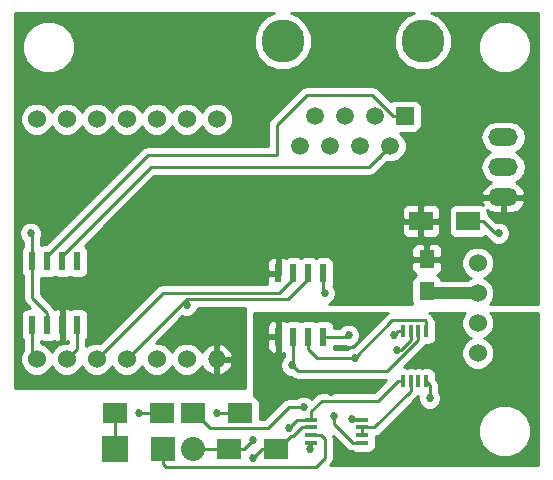
<source format=gtl>
G04 #@! TF.GenerationSoftware,KiCad,Pcbnew,(2016-12-18 revision 3ffa37c)-makepkg*
G04 #@! TF.CreationDate,2016-12-20T01:52:43-05:00*
G04 #@! TF.ProjectId,Energy_Meter,456E657267795F4D657465722E6B6963,rev?*
G04 #@! TF.FileFunction,Copper,L1,Top,Signal*
G04 #@! TF.FilePolarity,Positive*
%FSLAX46Y46*%
G04 Gerber Fmt 4.6, Leading zero omitted, Abs format (unit mm)*
G04 Created by KiCad (PCBNEW (2016-12-18 revision 3ffa37c)-makepkg) date 12/20/16 01:52:43*
%MOMM*%
%LPD*%
G01*
G04 APERTURE LIST*
%ADD10C,0.100000*%
%ADD11R,1.100000X0.400000*%
%ADD12R,2.000000X1.600000*%
%ADD13C,3.649980*%
%ADD14R,1.501140X1.501140*%
%ADD15C,1.501140*%
%ADD16R,2.032000X2.032000*%
%ADD17O,2.032000X2.032000*%
%ADD18R,2.235200X2.235200*%
%ADD19R,2.000000X1.700000*%
%ADD20C,1.524000*%
%ADD21R,0.600000X1.550000*%
%ADD22O,2.499360X1.501140*%
%ADD23O,1.524000X1.524000*%
%ADD24R,0.400000X1.100000*%
%ADD25R,1.300000X1.500000*%
%ADD26C,0.685800*%
%ADD27C,0.250000*%
%ADD28C,1.000000*%
%ADD29C,0.254000*%
G04 APERTURE END LIST*
D10*
D11*
X185538000Y-120945000D03*
X185538000Y-121595000D03*
X185538000Y-122245000D03*
X185538000Y-122895000D03*
X181238000Y-122895000D03*
X181238000Y-122245000D03*
X181238000Y-121595000D03*
X181238000Y-120945000D03*
D12*
X190532000Y-104140000D03*
X194532000Y-104140000D03*
D13*
X178816000Y-88900000D03*
X190685420Y-88900000D03*
D14*
X189199520Y-95250000D03*
D15*
X187929520Y-97790000D03*
X186659520Y-95250000D03*
X185389520Y-97790000D03*
X184119520Y-95250000D03*
X182849520Y-97790000D03*
X181579520Y-95250000D03*
X180309520Y-97790000D03*
D16*
X168656000Y-123444000D03*
D17*
X171196000Y-123444000D03*
D18*
X164592000Y-123444000D03*
D19*
X178276000Y-123444000D03*
X174276000Y-123444000D03*
X164624000Y-120396000D03*
X168624000Y-120396000D03*
X171228000Y-120396000D03*
X175228000Y-120396000D03*
D20*
X195326000Y-107696000D03*
X195326000Y-110236000D03*
X195326000Y-112776000D03*
X195326000Y-115316000D03*
D21*
X178435000Y-113952000D03*
X179705000Y-113952000D03*
X180975000Y-113952000D03*
X182245000Y-113952000D03*
X182245000Y-108552000D03*
X180975000Y-108552000D03*
X179705000Y-108552000D03*
X178435000Y-108552000D03*
X157607000Y-112936000D03*
X158877000Y-112936000D03*
X160147000Y-112936000D03*
X161417000Y-112936000D03*
X161417000Y-107536000D03*
X160147000Y-107536000D03*
X158877000Y-107536000D03*
X157607000Y-107536000D03*
D22*
X197485000Y-99568000D03*
X197485000Y-97028000D03*
X197485000Y-102108000D03*
D20*
X157988000Y-95504000D03*
X160528000Y-95504000D03*
X163068000Y-95504000D03*
X165608000Y-95504000D03*
X168148000Y-95504000D03*
X170688000Y-95504000D03*
X173228000Y-95504000D03*
D23*
X173228000Y-115824000D03*
D20*
X170688000Y-115824000D03*
X168148000Y-115824000D03*
X165608000Y-115824000D03*
X163068000Y-115824000D03*
X160528000Y-115824000D03*
X157988000Y-115824000D03*
D24*
X189017000Y-117720000D03*
X189667000Y-117720000D03*
X190317000Y-117720000D03*
X190967000Y-117720000D03*
X190967000Y-113420000D03*
X190317000Y-113420000D03*
X189667000Y-113420000D03*
X189017000Y-113420000D03*
D25*
X191008000Y-110062000D03*
X191008000Y-107362000D03*
D26*
X191262000Y-119126000D03*
X184404000Y-113792000D03*
X181134000Y-123444000D03*
X188468000Y-115062000D03*
X176276000Y-122682000D03*
X196024000Y-117284000D03*
X188208026Y-113807046D03*
X184658000Y-120904000D03*
X189992000Y-123190000D03*
X182880000Y-118618000D03*
X176784000Y-108712000D03*
X160528000Y-110236000D03*
X182372000Y-110236000D03*
X197104000Y-105156000D03*
X157480000Y-105156000D03*
X176276000Y-124206000D03*
X179324000Y-121666000D03*
X179578000Y-116332000D03*
X184912000Y-115744000D03*
X166656000Y-120396000D03*
X183134000Y-120650000D03*
X180594000Y-119888000D03*
X170656000Y-120396000D03*
X173260000Y-120396000D03*
X170688000Y-111252000D03*
D27*
X191262000Y-119126000D02*
X191262000Y-118015000D01*
X191262000Y-118015000D02*
X190967000Y-117720000D01*
X182245000Y-113952000D02*
X184244000Y-113952000D01*
X184244000Y-113952000D02*
X184404000Y-113792000D01*
X181238000Y-122895000D02*
X181238000Y-123340000D01*
X181238000Y-123340000D02*
X181134000Y-123444000D01*
X189667000Y-113420000D02*
X189667000Y-114220000D01*
X189667000Y-114220000D02*
X188825000Y-115062000D01*
X188825000Y-115062000D02*
X188468000Y-115062000D01*
X174276000Y-123444000D02*
X175514000Y-123444000D01*
X175514000Y-123444000D02*
X176276000Y-122682000D01*
X171196000Y-123444000D02*
X174276000Y-123444000D01*
X188208026Y-113778974D02*
X188208026Y-113807046D01*
X189017000Y-113420000D02*
X188567000Y-113420000D01*
X188567000Y-113420000D02*
X188208026Y-113778974D01*
X185538000Y-120945000D02*
X184699000Y-120945000D01*
X184699000Y-120945000D02*
X184658000Y-120904000D01*
X178435000Y-113952000D02*
X178435000Y-112395000D01*
X178435000Y-112395000D02*
X178308000Y-112268000D01*
X178435000Y-108552000D02*
X176944000Y-108552000D01*
X176944000Y-108552000D02*
X176784000Y-108712000D01*
X160147000Y-112936000D02*
X160147000Y-110617000D01*
X160147000Y-110617000D02*
X160528000Y-110236000D01*
X182245000Y-110109000D02*
X182372000Y-110236000D01*
X182245000Y-108552000D02*
X182245000Y-110109000D01*
X196798000Y-105156000D02*
X197104000Y-105156000D01*
X194532000Y-104140000D02*
X195782000Y-104140000D01*
X195782000Y-104140000D02*
X196798000Y-105156000D01*
X157607000Y-107536000D02*
X157607000Y-105283000D01*
X157607000Y-105283000D02*
X157480000Y-105156000D01*
X158877000Y-112936000D02*
X158877000Y-111911000D01*
X158877000Y-111911000D02*
X157607000Y-110641000D01*
X157607000Y-110641000D02*
X157607000Y-108561000D01*
X157607000Y-108561000D02*
X157607000Y-107536000D01*
X189199520Y-95250000D02*
X188198950Y-95250000D01*
X178308000Y-98552000D02*
X167386000Y-98552000D01*
X188198950Y-95250000D02*
X186420950Y-93472000D01*
X178308000Y-96012000D02*
X178308000Y-98552000D01*
X186420950Y-93472000D02*
X180848000Y-93472000D01*
X180848000Y-93472000D02*
X178308000Y-96012000D01*
X167386000Y-98552000D02*
X158877000Y-107061000D01*
X158877000Y-107061000D02*
X158877000Y-107536000D01*
X167640000Y-99568000D02*
X186151520Y-99568000D01*
X186151520Y-99568000D02*
X187929520Y-97790000D01*
X186944000Y-98775520D02*
X187929520Y-97790000D01*
X160147000Y-107536000D02*
X160147000Y-107061000D01*
X160147000Y-107061000D02*
X167640000Y-99568000D01*
D28*
X195326000Y-110236000D02*
X191182000Y-110236000D01*
X191182000Y-110236000D02*
X191008000Y-110062000D01*
D27*
X181238000Y-122245000D02*
X182038000Y-122245000D01*
X181610000Y-124968000D02*
X168914000Y-124968000D01*
X182038000Y-122245000D02*
X182372000Y-122579000D01*
X182372000Y-122579000D02*
X182372000Y-124206000D01*
X182372000Y-124206000D02*
X181610000Y-124968000D01*
X168914000Y-124968000D02*
X168656000Y-124710000D01*
X168656000Y-124710000D02*
X168656000Y-123444000D01*
X164592000Y-123444000D02*
X164592000Y-120428000D01*
X164592000Y-120428000D02*
X164624000Y-120396000D01*
X178276000Y-123444000D02*
X177038000Y-123444000D01*
X177038000Y-123444000D02*
X176276000Y-124206000D01*
X180438000Y-121595000D02*
X181238000Y-121595000D01*
X179689000Y-122344000D02*
X180438000Y-121595000D01*
X178276000Y-123444000D02*
X178426000Y-123444000D01*
X179526000Y-122344000D02*
X179689000Y-122344000D01*
X178426000Y-123444000D02*
X179526000Y-122344000D01*
X179832000Y-121158000D02*
X179324000Y-121666000D01*
X180045000Y-120945000D02*
X179832000Y-121158000D01*
X181238000Y-120945000D02*
X180045000Y-120945000D01*
X182118000Y-119380000D02*
X181238000Y-120260000D01*
X181238000Y-120260000D02*
X181238000Y-120945000D01*
X186907000Y-119380000D02*
X182118000Y-119380000D01*
X189017000Y-117720000D02*
X188567000Y-117720000D01*
X188567000Y-117720000D02*
X186907000Y-119380000D01*
X190317000Y-113420000D02*
X190317000Y-114220000D01*
X190317000Y-114220000D02*
X187697000Y-116840000D01*
X187697000Y-116840000D02*
X180086000Y-116840000D01*
X180086000Y-116840000D02*
X179578000Y-116332000D01*
X179705000Y-114977000D02*
X179705000Y-116205000D01*
X179705000Y-116205000D02*
X179578000Y-116332000D01*
X179705000Y-113952000D02*
X179705000Y-114977000D01*
X184912000Y-115744000D02*
X181742000Y-115744000D01*
X181742000Y-115744000D02*
X180975000Y-114977000D01*
X190967000Y-113420000D02*
X190967000Y-112620000D01*
X190967000Y-112620000D02*
X190891999Y-112544999D01*
X190891999Y-112544999D02*
X188111001Y-112544999D01*
X188111001Y-112544999D02*
X184912000Y-115744000D01*
X180975000Y-113952000D02*
X180975000Y-114977000D01*
X168624000Y-120396000D02*
X166656000Y-120396000D01*
X183134000Y-120650000D02*
X183134000Y-121291000D01*
X183134000Y-121291000D02*
X184738000Y-122895000D01*
X184738000Y-122895000D02*
X185538000Y-122895000D01*
X179324000Y-119888000D02*
X180594000Y-119888000D01*
X177546000Y-121666000D02*
X172648000Y-121666000D01*
X172648000Y-121666000D02*
X171378000Y-120396000D01*
X171378000Y-120396000D02*
X171228000Y-120396000D01*
X179324000Y-119888000D02*
X177546000Y-121666000D01*
X171228000Y-120396000D02*
X170656000Y-120396000D01*
X175228000Y-120396000D02*
X173260000Y-120396000D01*
X163068000Y-115824000D02*
X168656000Y-110236000D01*
X168656000Y-110236000D02*
X178496000Y-110236000D01*
X178496000Y-110236000D02*
X179705000Y-109027000D01*
X179705000Y-109027000D02*
X179705000Y-108552000D01*
X170688000Y-111252000D02*
X170688000Y-110744000D01*
X170688000Y-110744000D02*
X179258000Y-110744000D01*
X179258000Y-110744000D02*
X180975000Y-109027000D01*
X180975000Y-109027000D02*
X180975000Y-108552000D01*
X165608000Y-115824000D02*
X170688000Y-110744000D01*
X185538000Y-121595000D02*
X186592000Y-121595000D01*
X186592000Y-121595000D02*
X189667000Y-118520000D01*
X189667000Y-118520000D02*
X189667000Y-117720000D01*
X185538000Y-122245000D02*
X185538000Y-121595000D01*
X157607000Y-112936000D02*
X157607000Y-115443000D01*
X157607000Y-115443000D02*
X157988000Y-115824000D01*
X161417000Y-112936000D02*
X161417000Y-114935000D01*
X161417000Y-114935000D02*
X160528000Y-115824000D01*
D29*
G36*
X177424348Y-86813306D02*
X176731738Y-87504708D01*
X176356438Y-88408531D01*
X176355584Y-89387175D01*
X176729306Y-90291652D01*
X177420708Y-90984262D01*
X178324531Y-91359562D01*
X179303175Y-91360416D01*
X180207652Y-90986694D01*
X180900262Y-90295292D01*
X181275562Y-89391469D01*
X181276416Y-88412825D01*
X180902694Y-87508348D01*
X180211292Y-86815738D01*
X179540016Y-86537000D01*
X189962480Y-86537000D01*
X189293768Y-86813306D01*
X188601158Y-87504708D01*
X188225858Y-88408531D01*
X188225004Y-89387175D01*
X188598726Y-90291652D01*
X189290128Y-90984262D01*
X190193951Y-91359562D01*
X191172595Y-91360416D01*
X192077072Y-90986694D01*
X192769682Y-90295292D01*
X192954326Y-89850619D01*
X195376613Y-89850619D01*
X195716155Y-90672372D01*
X196344321Y-91301636D01*
X197165481Y-91642611D01*
X198054619Y-91643387D01*
X198876372Y-91303845D01*
X199505636Y-90675679D01*
X199846611Y-89854519D01*
X199847387Y-88965381D01*
X199507845Y-88143628D01*
X198879679Y-87514364D01*
X198058519Y-87173389D01*
X197169381Y-87172613D01*
X196347628Y-87512155D01*
X195718364Y-88140321D01*
X195377389Y-88961481D01*
X195376613Y-89850619D01*
X192954326Y-89850619D01*
X193144982Y-89391469D01*
X193145836Y-88412825D01*
X192772114Y-87508348D01*
X192080712Y-86815738D01*
X191409436Y-86537000D01*
X200483000Y-86537000D01*
X200483000Y-111125000D01*
X196412830Y-111125000D01*
X196509629Y-111028370D01*
X196722757Y-110515100D01*
X196723242Y-109959339D01*
X196511010Y-109445697D01*
X196118370Y-109052371D01*
X195910488Y-108966051D01*
X196116303Y-108881010D01*
X196509629Y-108488370D01*
X196722757Y-107975100D01*
X196723242Y-107419339D01*
X196511010Y-106905697D01*
X196118370Y-106512371D01*
X195605100Y-106299243D01*
X195049339Y-106298758D01*
X194535697Y-106510990D01*
X194142371Y-106903630D01*
X193929243Y-107416900D01*
X193928758Y-107972661D01*
X194140990Y-108486303D01*
X194533630Y-108879629D01*
X194741512Y-108965949D01*
X194535697Y-109050990D01*
X194485600Y-109101000D01*
X192263470Y-109101000D01*
X192256157Y-109064235D01*
X192115809Y-108854191D01*
X191905765Y-108713843D01*
X191877791Y-108708279D01*
X192017699Y-108650327D01*
X192196327Y-108471698D01*
X192293000Y-108238309D01*
X192293000Y-107647750D01*
X192134250Y-107489000D01*
X191135000Y-107489000D01*
X191135000Y-107509000D01*
X190881000Y-107509000D01*
X190881000Y-107489000D01*
X189881750Y-107489000D01*
X189723000Y-107647750D01*
X189723000Y-108238309D01*
X189819673Y-108471698D01*
X189998301Y-108650327D01*
X190138209Y-108708279D01*
X190110235Y-108713843D01*
X189900191Y-108854191D01*
X189759843Y-109064235D01*
X189710560Y-109312000D01*
X189710560Y-110812000D01*
X189759843Y-111059765D01*
X189803432Y-111125000D01*
X182781227Y-111125000D01*
X182925212Y-111065507D01*
X183200540Y-110790659D01*
X183349730Y-110431370D01*
X183350069Y-110042337D01*
X183201507Y-109682788D01*
X183123315Y-109604460D01*
X183143157Y-109574765D01*
X183192440Y-109327000D01*
X183192440Y-107777000D01*
X183143157Y-107529235D01*
X183002809Y-107319191D01*
X182792765Y-107178843D01*
X182545000Y-107129560D01*
X181945000Y-107129560D01*
X181697235Y-107178843D01*
X181610000Y-107237132D01*
X181522765Y-107178843D01*
X181275000Y-107129560D01*
X180675000Y-107129560D01*
X180427235Y-107178843D01*
X180340000Y-107237132D01*
X180252765Y-107178843D01*
X180005000Y-107129560D01*
X179405000Y-107129560D01*
X179157235Y-107178843D01*
X179078028Y-107231768D01*
X178861310Y-107142000D01*
X178720750Y-107142000D01*
X178562000Y-107300750D01*
X178562000Y-108425000D01*
X178582000Y-108425000D01*
X178582000Y-108679000D01*
X178562000Y-108679000D01*
X178562000Y-108699000D01*
X178308000Y-108699000D01*
X178308000Y-108679000D01*
X177658750Y-108679000D01*
X177500000Y-108837750D01*
X177500000Y-109453309D01*
X177509399Y-109476000D01*
X168656000Y-109476000D01*
X168365160Y-109533852D01*
X168118599Y-109698599D01*
X163377381Y-114439817D01*
X163347100Y-114427243D01*
X162791339Y-114426758D01*
X162277697Y-114638990D01*
X162177000Y-114739511D01*
X162177000Y-114165530D01*
X162315157Y-113958765D01*
X162364440Y-113711000D01*
X162364440Y-112161000D01*
X162315157Y-111913235D01*
X162174809Y-111703191D01*
X161964765Y-111562843D01*
X161717000Y-111513560D01*
X161117000Y-111513560D01*
X160869235Y-111562843D01*
X160790028Y-111615768D01*
X160573310Y-111526000D01*
X160432750Y-111526000D01*
X160274000Y-111684750D01*
X160274000Y-112809000D01*
X160294000Y-112809000D01*
X160294000Y-113063000D01*
X160274000Y-113063000D01*
X160274000Y-114187250D01*
X160432750Y-114346000D01*
X160573310Y-114346000D01*
X160657000Y-114311334D01*
X160657000Y-114427112D01*
X160251339Y-114426758D01*
X159737697Y-114638990D01*
X159344371Y-115031630D01*
X159258051Y-115239512D01*
X159173010Y-115033697D01*
X158780370Y-114640371D01*
X158367000Y-114468725D01*
X158367000Y-114316669D01*
X158577000Y-114358440D01*
X159177000Y-114358440D01*
X159424765Y-114309157D01*
X159503972Y-114256232D01*
X159720690Y-114346000D01*
X159861250Y-114346000D01*
X160020000Y-114187250D01*
X160020000Y-113063000D01*
X160000000Y-113063000D01*
X160000000Y-112809000D01*
X160020000Y-112809000D01*
X160020000Y-111684750D01*
X159861250Y-111526000D01*
X159720690Y-111526000D01*
X159560553Y-111592331D01*
X159414401Y-111373599D01*
X158367000Y-110326198D01*
X158367000Y-108916669D01*
X158577000Y-108958440D01*
X159177000Y-108958440D01*
X159424765Y-108909157D01*
X159512000Y-108850868D01*
X159599235Y-108909157D01*
X159847000Y-108958440D01*
X160447000Y-108958440D01*
X160694765Y-108909157D01*
X160782000Y-108850868D01*
X160869235Y-108909157D01*
X161117000Y-108958440D01*
X161717000Y-108958440D01*
X161964765Y-108909157D01*
X162174809Y-108768809D01*
X162315157Y-108558765D01*
X162364440Y-108311000D01*
X162364440Y-107650691D01*
X177500000Y-107650691D01*
X177500000Y-108266250D01*
X177658750Y-108425000D01*
X178308000Y-108425000D01*
X178308000Y-107300750D01*
X178149250Y-107142000D01*
X178008690Y-107142000D01*
X177775301Y-107238673D01*
X177596673Y-107417302D01*
X177500000Y-107650691D01*
X162364440Y-107650691D01*
X162364440Y-106761000D01*
X162315157Y-106513235D01*
X162296753Y-106485691D01*
X189723000Y-106485691D01*
X189723000Y-107076250D01*
X189881750Y-107235000D01*
X190881000Y-107235000D01*
X190881000Y-106135750D01*
X191135000Y-106135750D01*
X191135000Y-107235000D01*
X192134250Y-107235000D01*
X192293000Y-107076250D01*
X192293000Y-106485691D01*
X192196327Y-106252302D01*
X192017699Y-106073673D01*
X191784310Y-105977000D01*
X191293750Y-105977000D01*
X191135000Y-106135750D01*
X190881000Y-106135750D01*
X190722250Y-105977000D01*
X190231690Y-105977000D01*
X189998301Y-106073673D01*
X189819673Y-106252302D01*
X189723000Y-106485691D01*
X162296753Y-106485691D01*
X162174809Y-106303191D01*
X162057797Y-106225005D01*
X163857052Y-104425750D01*
X188897000Y-104425750D01*
X188897000Y-105066310D01*
X188993673Y-105299699D01*
X189172302Y-105478327D01*
X189405691Y-105575000D01*
X190246250Y-105575000D01*
X190405000Y-105416250D01*
X190405000Y-104267000D01*
X190659000Y-104267000D01*
X190659000Y-105416250D01*
X190817750Y-105575000D01*
X191658309Y-105575000D01*
X191891698Y-105478327D01*
X192070327Y-105299699D01*
X192167000Y-105066310D01*
X192167000Y-104425750D01*
X192008250Y-104267000D01*
X190659000Y-104267000D01*
X190405000Y-104267000D01*
X189055750Y-104267000D01*
X188897000Y-104425750D01*
X163857052Y-104425750D01*
X165069112Y-103213690D01*
X188897000Y-103213690D01*
X188897000Y-103854250D01*
X189055750Y-104013000D01*
X190405000Y-104013000D01*
X190405000Y-102863750D01*
X190659000Y-102863750D01*
X190659000Y-104013000D01*
X192008250Y-104013000D01*
X192167000Y-103854250D01*
X192167000Y-103340000D01*
X192884560Y-103340000D01*
X192884560Y-104940000D01*
X192933843Y-105187765D01*
X193074191Y-105397809D01*
X193284235Y-105538157D01*
X193532000Y-105587440D01*
X195532000Y-105587440D01*
X195779765Y-105538157D01*
X195974941Y-105407743D01*
X196260599Y-105693401D01*
X196270767Y-105700195D01*
X196274493Y-105709212D01*
X196549341Y-105984540D01*
X196908630Y-106133730D01*
X197297663Y-106134069D01*
X197657212Y-105985507D01*
X197932540Y-105710659D01*
X198081730Y-105351370D01*
X198082069Y-104962337D01*
X197933507Y-104602788D01*
X197658659Y-104327460D01*
X197299370Y-104178270D01*
X196910337Y-104177931D01*
X196899295Y-104182493D01*
X196319401Y-103602599D01*
X196179440Y-103509080D01*
X196179440Y-103340000D01*
X196148832Y-103186124D01*
X196338323Y-103339499D01*
X196858890Y-103493570D01*
X197358000Y-103493570D01*
X197358000Y-102235000D01*
X197612000Y-102235000D01*
X197612000Y-103493570D01*
X198111110Y-103493570D01*
X198631677Y-103339499D01*
X199053658Y-102997944D01*
X199312810Y-102520903D01*
X199326993Y-102449275D01*
X199204339Y-102235000D01*
X197612000Y-102235000D01*
X197358000Y-102235000D01*
X195765661Y-102235000D01*
X195643007Y-102449275D01*
X195657190Y-102520903D01*
X195776907Y-102741274D01*
X195532000Y-102692560D01*
X193532000Y-102692560D01*
X193284235Y-102741843D01*
X193074191Y-102882191D01*
X192933843Y-103092235D01*
X192884560Y-103340000D01*
X192167000Y-103340000D01*
X192167000Y-103213690D01*
X192070327Y-102980301D01*
X191891698Y-102801673D01*
X191658309Y-102705000D01*
X190817750Y-102705000D01*
X190659000Y-102863750D01*
X190405000Y-102863750D01*
X190246250Y-102705000D01*
X189405691Y-102705000D01*
X189172302Y-102801673D01*
X188993673Y-102980301D01*
X188897000Y-103213690D01*
X165069112Y-103213690D01*
X167954802Y-100328000D01*
X186151520Y-100328000D01*
X186442359Y-100270148D01*
X186688921Y-100105401D01*
X187628884Y-99165438D01*
X187652704Y-99175329D01*
X188203918Y-99175810D01*
X188713357Y-98965314D01*
X189103464Y-98575887D01*
X189314849Y-98066816D01*
X189315330Y-97515602D01*
X189113857Y-97028000D01*
X195563397Y-97028000D01*
X195668867Y-97558235D01*
X195969221Y-98007746D01*
X196403616Y-98298000D01*
X195969221Y-98588254D01*
X195668867Y-99037765D01*
X195563397Y-99568000D01*
X195668867Y-100098235D01*
X195969221Y-100547746D01*
X196418732Y-100848100D01*
X196428032Y-100849950D01*
X196338323Y-100876501D01*
X195916342Y-101218056D01*
X195657190Y-101695097D01*
X195643007Y-101766725D01*
X195765661Y-101981000D01*
X197358000Y-101981000D01*
X197358000Y-101961000D01*
X197612000Y-101961000D01*
X197612000Y-101981000D01*
X199204339Y-101981000D01*
X199326993Y-101766725D01*
X199312810Y-101695097D01*
X199053658Y-101218056D01*
X198631677Y-100876501D01*
X198541968Y-100849950D01*
X198551268Y-100848100D01*
X199000779Y-100547746D01*
X199301133Y-100098235D01*
X199406603Y-99568000D01*
X199301133Y-99037765D01*
X199000779Y-98588254D01*
X198566384Y-98298000D01*
X199000779Y-98007746D01*
X199301133Y-97558235D01*
X199406603Y-97028000D01*
X199301133Y-96497765D01*
X199000779Y-96048254D01*
X198551268Y-95747900D01*
X198021033Y-95642430D01*
X196948967Y-95642430D01*
X196418732Y-95747900D01*
X195969221Y-96048254D01*
X195668867Y-96497765D01*
X195563397Y-97028000D01*
X189113857Y-97028000D01*
X189104834Y-97006163D01*
X188747305Y-96648010D01*
X189950090Y-96648010D01*
X190197855Y-96598727D01*
X190407899Y-96458379D01*
X190548247Y-96248335D01*
X190597530Y-96000570D01*
X190597530Y-94499430D01*
X190548247Y-94251665D01*
X190407899Y-94041621D01*
X190197855Y-93901273D01*
X189950090Y-93851990D01*
X188448950Y-93851990D01*
X188201185Y-93901273D01*
X188035640Y-94011888D01*
X186958351Y-92934599D01*
X186711789Y-92769852D01*
X186420950Y-92712000D01*
X180848000Y-92712000D01*
X180605414Y-92760254D01*
X180557160Y-92769852D01*
X180310599Y-92934599D01*
X177770599Y-95474599D01*
X177605852Y-95721161D01*
X177548000Y-96012000D01*
X177548000Y-97792000D01*
X167386000Y-97792000D01*
X167095160Y-97849852D01*
X166848599Y-98014599D01*
X158749638Y-106113560D01*
X158577000Y-106113560D01*
X158367000Y-106155331D01*
X158367000Y-105569872D01*
X158457730Y-105351370D01*
X158458069Y-104962337D01*
X158309507Y-104602788D01*
X158034659Y-104327460D01*
X157675370Y-104178270D01*
X157286337Y-104177931D01*
X156926788Y-104326493D01*
X156651460Y-104601341D01*
X156502270Y-104960630D01*
X156501931Y-105349663D01*
X156650493Y-105709212D01*
X156847000Y-105906062D01*
X156847000Y-106306470D01*
X156708843Y-106513235D01*
X156659560Y-106761000D01*
X156659560Y-108311000D01*
X156708843Y-108558765D01*
X156847000Y-108765530D01*
X156847000Y-110641000D01*
X156904852Y-110931839D01*
X157069599Y-111178401D01*
X157404758Y-111513560D01*
X157307000Y-111513560D01*
X157059235Y-111562843D01*
X156849191Y-111703191D01*
X156708843Y-111913235D01*
X156659560Y-112161000D01*
X156659560Y-113711000D01*
X156708843Y-113958765D01*
X156847000Y-114165530D01*
X156847000Y-114989075D01*
X156804371Y-115031630D01*
X156591243Y-115544900D01*
X156590758Y-116100661D01*
X156802990Y-116614303D01*
X157195630Y-117007629D01*
X157708900Y-117220757D01*
X158264661Y-117221242D01*
X158778303Y-117009010D01*
X159171629Y-116616370D01*
X159257949Y-116408488D01*
X159342990Y-116614303D01*
X159735630Y-117007629D01*
X160248900Y-117220757D01*
X160804661Y-117221242D01*
X161318303Y-117009010D01*
X161711629Y-116616370D01*
X161797949Y-116408488D01*
X161882990Y-116614303D01*
X162275630Y-117007629D01*
X162788900Y-117220757D01*
X163344661Y-117221242D01*
X163858303Y-117009010D01*
X164251629Y-116616370D01*
X164337949Y-116408488D01*
X164422990Y-116614303D01*
X164815630Y-117007629D01*
X165328900Y-117220757D01*
X165884661Y-117221242D01*
X166398303Y-117009010D01*
X166791629Y-116616370D01*
X166877949Y-116408488D01*
X166962990Y-116614303D01*
X167355630Y-117007629D01*
X167868900Y-117220757D01*
X168424661Y-117221242D01*
X168938303Y-117009010D01*
X169331629Y-116616370D01*
X169417949Y-116408488D01*
X169502990Y-116614303D01*
X169895630Y-117007629D01*
X170408900Y-117220757D01*
X170964661Y-117221242D01*
X171478303Y-117009010D01*
X171871629Y-116616370D01*
X171965870Y-116389412D01*
X172027826Y-116538997D01*
X172392801Y-116943858D01*
X172884928Y-117178231D01*
X173101000Y-117056476D01*
X173101000Y-115951000D01*
X173355000Y-115951000D01*
X173355000Y-117056476D01*
X173571072Y-117178231D01*
X174063199Y-116943858D01*
X174428174Y-116538997D01*
X174582220Y-116167070D01*
X174459720Y-115951000D01*
X173355000Y-115951000D01*
X173101000Y-115951000D01*
X173081000Y-115951000D01*
X173081000Y-115697000D01*
X173101000Y-115697000D01*
X173101000Y-114591524D01*
X173355000Y-114591524D01*
X173355000Y-115697000D01*
X174459720Y-115697000D01*
X174582220Y-115480930D01*
X174428174Y-115109003D01*
X174063199Y-114704142D01*
X173571072Y-114469769D01*
X173355000Y-114591524D01*
X173101000Y-114591524D01*
X172884928Y-114469769D01*
X172392801Y-114704142D01*
X172027826Y-115109003D01*
X171965902Y-115258513D01*
X171873010Y-115033697D01*
X171480370Y-114640371D01*
X170967100Y-114427243D01*
X170411339Y-114426758D01*
X169897697Y-114638990D01*
X169504371Y-115031630D01*
X169418051Y-115239512D01*
X169333010Y-115033697D01*
X168940370Y-114640371D01*
X168427100Y-114427243D01*
X168079862Y-114426940D01*
X170340318Y-112166484D01*
X170492630Y-112229730D01*
X170881663Y-112230069D01*
X171241212Y-112081507D01*
X171516540Y-111806659D01*
X171642215Y-111504000D01*
X175641000Y-111504000D01*
X175641000Y-118237000D01*
X156133000Y-118237000D01*
X156133000Y-95780661D01*
X156590758Y-95780661D01*
X156802990Y-96294303D01*
X157195630Y-96687629D01*
X157708900Y-96900757D01*
X158264661Y-96901242D01*
X158778303Y-96689010D01*
X159171629Y-96296370D01*
X159257949Y-96088488D01*
X159342990Y-96294303D01*
X159735630Y-96687629D01*
X160248900Y-96900757D01*
X160804661Y-96901242D01*
X161318303Y-96689010D01*
X161711629Y-96296370D01*
X161797949Y-96088488D01*
X161882990Y-96294303D01*
X162275630Y-96687629D01*
X162788900Y-96900757D01*
X163344661Y-96901242D01*
X163858303Y-96689010D01*
X164251629Y-96296370D01*
X164337949Y-96088488D01*
X164422990Y-96294303D01*
X164815630Y-96687629D01*
X165328900Y-96900757D01*
X165884661Y-96901242D01*
X166398303Y-96689010D01*
X166791629Y-96296370D01*
X166877949Y-96088488D01*
X166962990Y-96294303D01*
X167355630Y-96687629D01*
X167868900Y-96900757D01*
X168424661Y-96901242D01*
X168938303Y-96689010D01*
X169331629Y-96296370D01*
X169417949Y-96088488D01*
X169502990Y-96294303D01*
X169895630Y-96687629D01*
X170408900Y-96900757D01*
X170964661Y-96901242D01*
X171478303Y-96689010D01*
X171871629Y-96296370D01*
X171957949Y-96088488D01*
X172042990Y-96294303D01*
X172435630Y-96687629D01*
X172948900Y-96900757D01*
X173504661Y-96901242D01*
X174018303Y-96689010D01*
X174411629Y-96296370D01*
X174624757Y-95783100D01*
X174625242Y-95227339D01*
X174413010Y-94713697D01*
X174020370Y-94320371D01*
X173507100Y-94107243D01*
X172951339Y-94106758D01*
X172437697Y-94318990D01*
X172044371Y-94711630D01*
X171958051Y-94919512D01*
X171873010Y-94713697D01*
X171480370Y-94320371D01*
X170967100Y-94107243D01*
X170411339Y-94106758D01*
X169897697Y-94318990D01*
X169504371Y-94711630D01*
X169418051Y-94919512D01*
X169333010Y-94713697D01*
X168940370Y-94320371D01*
X168427100Y-94107243D01*
X167871339Y-94106758D01*
X167357697Y-94318990D01*
X166964371Y-94711630D01*
X166878051Y-94919512D01*
X166793010Y-94713697D01*
X166400370Y-94320371D01*
X165887100Y-94107243D01*
X165331339Y-94106758D01*
X164817697Y-94318990D01*
X164424371Y-94711630D01*
X164338051Y-94919512D01*
X164253010Y-94713697D01*
X163860370Y-94320371D01*
X163347100Y-94107243D01*
X162791339Y-94106758D01*
X162277697Y-94318990D01*
X161884371Y-94711630D01*
X161798051Y-94919512D01*
X161713010Y-94713697D01*
X161320370Y-94320371D01*
X160807100Y-94107243D01*
X160251339Y-94106758D01*
X159737697Y-94318990D01*
X159344371Y-94711630D01*
X159258051Y-94919512D01*
X159173010Y-94713697D01*
X158780370Y-94320371D01*
X158267100Y-94107243D01*
X157711339Y-94106758D01*
X157197697Y-94318990D01*
X156804371Y-94711630D01*
X156591243Y-95224900D01*
X156590758Y-95780661D01*
X156133000Y-95780661D01*
X156133000Y-89850619D01*
X156768613Y-89850619D01*
X157108155Y-90672372D01*
X157736321Y-91301636D01*
X158557481Y-91642611D01*
X159446619Y-91643387D01*
X160268372Y-91303845D01*
X160897636Y-90675679D01*
X161238611Y-89854519D01*
X161239387Y-88965381D01*
X160899845Y-88143628D01*
X160271679Y-87514364D01*
X159450519Y-87173389D01*
X158561381Y-87172613D01*
X157739628Y-87512155D01*
X157110364Y-88140321D01*
X156769389Y-88961481D01*
X156768613Y-89850619D01*
X156133000Y-89850619D01*
X156133000Y-86537000D01*
X178093060Y-86537000D01*
X177424348Y-86813306D01*
X177424348Y-86813306D01*
G37*
X177424348Y-86813306D02*
X176731738Y-87504708D01*
X176356438Y-88408531D01*
X176355584Y-89387175D01*
X176729306Y-90291652D01*
X177420708Y-90984262D01*
X178324531Y-91359562D01*
X179303175Y-91360416D01*
X180207652Y-90986694D01*
X180900262Y-90295292D01*
X181275562Y-89391469D01*
X181276416Y-88412825D01*
X180902694Y-87508348D01*
X180211292Y-86815738D01*
X179540016Y-86537000D01*
X189962480Y-86537000D01*
X189293768Y-86813306D01*
X188601158Y-87504708D01*
X188225858Y-88408531D01*
X188225004Y-89387175D01*
X188598726Y-90291652D01*
X189290128Y-90984262D01*
X190193951Y-91359562D01*
X191172595Y-91360416D01*
X192077072Y-90986694D01*
X192769682Y-90295292D01*
X192954326Y-89850619D01*
X195376613Y-89850619D01*
X195716155Y-90672372D01*
X196344321Y-91301636D01*
X197165481Y-91642611D01*
X198054619Y-91643387D01*
X198876372Y-91303845D01*
X199505636Y-90675679D01*
X199846611Y-89854519D01*
X199847387Y-88965381D01*
X199507845Y-88143628D01*
X198879679Y-87514364D01*
X198058519Y-87173389D01*
X197169381Y-87172613D01*
X196347628Y-87512155D01*
X195718364Y-88140321D01*
X195377389Y-88961481D01*
X195376613Y-89850619D01*
X192954326Y-89850619D01*
X193144982Y-89391469D01*
X193145836Y-88412825D01*
X192772114Y-87508348D01*
X192080712Y-86815738D01*
X191409436Y-86537000D01*
X200483000Y-86537000D01*
X200483000Y-111125000D01*
X196412830Y-111125000D01*
X196509629Y-111028370D01*
X196722757Y-110515100D01*
X196723242Y-109959339D01*
X196511010Y-109445697D01*
X196118370Y-109052371D01*
X195910488Y-108966051D01*
X196116303Y-108881010D01*
X196509629Y-108488370D01*
X196722757Y-107975100D01*
X196723242Y-107419339D01*
X196511010Y-106905697D01*
X196118370Y-106512371D01*
X195605100Y-106299243D01*
X195049339Y-106298758D01*
X194535697Y-106510990D01*
X194142371Y-106903630D01*
X193929243Y-107416900D01*
X193928758Y-107972661D01*
X194140990Y-108486303D01*
X194533630Y-108879629D01*
X194741512Y-108965949D01*
X194535697Y-109050990D01*
X194485600Y-109101000D01*
X192263470Y-109101000D01*
X192256157Y-109064235D01*
X192115809Y-108854191D01*
X191905765Y-108713843D01*
X191877791Y-108708279D01*
X192017699Y-108650327D01*
X192196327Y-108471698D01*
X192293000Y-108238309D01*
X192293000Y-107647750D01*
X192134250Y-107489000D01*
X191135000Y-107489000D01*
X191135000Y-107509000D01*
X190881000Y-107509000D01*
X190881000Y-107489000D01*
X189881750Y-107489000D01*
X189723000Y-107647750D01*
X189723000Y-108238309D01*
X189819673Y-108471698D01*
X189998301Y-108650327D01*
X190138209Y-108708279D01*
X190110235Y-108713843D01*
X189900191Y-108854191D01*
X189759843Y-109064235D01*
X189710560Y-109312000D01*
X189710560Y-110812000D01*
X189759843Y-111059765D01*
X189803432Y-111125000D01*
X182781227Y-111125000D01*
X182925212Y-111065507D01*
X183200540Y-110790659D01*
X183349730Y-110431370D01*
X183350069Y-110042337D01*
X183201507Y-109682788D01*
X183123315Y-109604460D01*
X183143157Y-109574765D01*
X183192440Y-109327000D01*
X183192440Y-107777000D01*
X183143157Y-107529235D01*
X183002809Y-107319191D01*
X182792765Y-107178843D01*
X182545000Y-107129560D01*
X181945000Y-107129560D01*
X181697235Y-107178843D01*
X181610000Y-107237132D01*
X181522765Y-107178843D01*
X181275000Y-107129560D01*
X180675000Y-107129560D01*
X180427235Y-107178843D01*
X180340000Y-107237132D01*
X180252765Y-107178843D01*
X180005000Y-107129560D01*
X179405000Y-107129560D01*
X179157235Y-107178843D01*
X179078028Y-107231768D01*
X178861310Y-107142000D01*
X178720750Y-107142000D01*
X178562000Y-107300750D01*
X178562000Y-108425000D01*
X178582000Y-108425000D01*
X178582000Y-108679000D01*
X178562000Y-108679000D01*
X178562000Y-108699000D01*
X178308000Y-108699000D01*
X178308000Y-108679000D01*
X177658750Y-108679000D01*
X177500000Y-108837750D01*
X177500000Y-109453309D01*
X177509399Y-109476000D01*
X168656000Y-109476000D01*
X168365160Y-109533852D01*
X168118599Y-109698599D01*
X163377381Y-114439817D01*
X163347100Y-114427243D01*
X162791339Y-114426758D01*
X162277697Y-114638990D01*
X162177000Y-114739511D01*
X162177000Y-114165530D01*
X162315157Y-113958765D01*
X162364440Y-113711000D01*
X162364440Y-112161000D01*
X162315157Y-111913235D01*
X162174809Y-111703191D01*
X161964765Y-111562843D01*
X161717000Y-111513560D01*
X161117000Y-111513560D01*
X160869235Y-111562843D01*
X160790028Y-111615768D01*
X160573310Y-111526000D01*
X160432750Y-111526000D01*
X160274000Y-111684750D01*
X160274000Y-112809000D01*
X160294000Y-112809000D01*
X160294000Y-113063000D01*
X160274000Y-113063000D01*
X160274000Y-114187250D01*
X160432750Y-114346000D01*
X160573310Y-114346000D01*
X160657000Y-114311334D01*
X160657000Y-114427112D01*
X160251339Y-114426758D01*
X159737697Y-114638990D01*
X159344371Y-115031630D01*
X159258051Y-115239512D01*
X159173010Y-115033697D01*
X158780370Y-114640371D01*
X158367000Y-114468725D01*
X158367000Y-114316669D01*
X158577000Y-114358440D01*
X159177000Y-114358440D01*
X159424765Y-114309157D01*
X159503972Y-114256232D01*
X159720690Y-114346000D01*
X159861250Y-114346000D01*
X160020000Y-114187250D01*
X160020000Y-113063000D01*
X160000000Y-113063000D01*
X160000000Y-112809000D01*
X160020000Y-112809000D01*
X160020000Y-111684750D01*
X159861250Y-111526000D01*
X159720690Y-111526000D01*
X159560553Y-111592331D01*
X159414401Y-111373599D01*
X158367000Y-110326198D01*
X158367000Y-108916669D01*
X158577000Y-108958440D01*
X159177000Y-108958440D01*
X159424765Y-108909157D01*
X159512000Y-108850868D01*
X159599235Y-108909157D01*
X159847000Y-108958440D01*
X160447000Y-108958440D01*
X160694765Y-108909157D01*
X160782000Y-108850868D01*
X160869235Y-108909157D01*
X161117000Y-108958440D01*
X161717000Y-108958440D01*
X161964765Y-108909157D01*
X162174809Y-108768809D01*
X162315157Y-108558765D01*
X162364440Y-108311000D01*
X162364440Y-107650691D01*
X177500000Y-107650691D01*
X177500000Y-108266250D01*
X177658750Y-108425000D01*
X178308000Y-108425000D01*
X178308000Y-107300750D01*
X178149250Y-107142000D01*
X178008690Y-107142000D01*
X177775301Y-107238673D01*
X177596673Y-107417302D01*
X177500000Y-107650691D01*
X162364440Y-107650691D01*
X162364440Y-106761000D01*
X162315157Y-106513235D01*
X162296753Y-106485691D01*
X189723000Y-106485691D01*
X189723000Y-107076250D01*
X189881750Y-107235000D01*
X190881000Y-107235000D01*
X190881000Y-106135750D01*
X191135000Y-106135750D01*
X191135000Y-107235000D01*
X192134250Y-107235000D01*
X192293000Y-107076250D01*
X192293000Y-106485691D01*
X192196327Y-106252302D01*
X192017699Y-106073673D01*
X191784310Y-105977000D01*
X191293750Y-105977000D01*
X191135000Y-106135750D01*
X190881000Y-106135750D01*
X190722250Y-105977000D01*
X190231690Y-105977000D01*
X189998301Y-106073673D01*
X189819673Y-106252302D01*
X189723000Y-106485691D01*
X162296753Y-106485691D01*
X162174809Y-106303191D01*
X162057797Y-106225005D01*
X163857052Y-104425750D01*
X188897000Y-104425750D01*
X188897000Y-105066310D01*
X188993673Y-105299699D01*
X189172302Y-105478327D01*
X189405691Y-105575000D01*
X190246250Y-105575000D01*
X190405000Y-105416250D01*
X190405000Y-104267000D01*
X190659000Y-104267000D01*
X190659000Y-105416250D01*
X190817750Y-105575000D01*
X191658309Y-105575000D01*
X191891698Y-105478327D01*
X192070327Y-105299699D01*
X192167000Y-105066310D01*
X192167000Y-104425750D01*
X192008250Y-104267000D01*
X190659000Y-104267000D01*
X190405000Y-104267000D01*
X189055750Y-104267000D01*
X188897000Y-104425750D01*
X163857052Y-104425750D01*
X165069112Y-103213690D01*
X188897000Y-103213690D01*
X188897000Y-103854250D01*
X189055750Y-104013000D01*
X190405000Y-104013000D01*
X190405000Y-102863750D01*
X190659000Y-102863750D01*
X190659000Y-104013000D01*
X192008250Y-104013000D01*
X192167000Y-103854250D01*
X192167000Y-103340000D01*
X192884560Y-103340000D01*
X192884560Y-104940000D01*
X192933843Y-105187765D01*
X193074191Y-105397809D01*
X193284235Y-105538157D01*
X193532000Y-105587440D01*
X195532000Y-105587440D01*
X195779765Y-105538157D01*
X195974941Y-105407743D01*
X196260599Y-105693401D01*
X196270767Y-105700195D01*
X196274493Y-105709212D01*
X196549341Y-105984540D01*
X196908630Y-106133730D01*
X197297663Y-106134069D01*
X197657212Y-105985507D01*
X197932540Y-105710659D01*
X198081730Y-105351370D01*
X198082069Y-104962337D01*
X197933507Y-104602788D01*
X197658659Y-104327460D01*
X197299370Y-104178270D01*
X196910337Y-104177931D01*
X196899295Y-104182493D01*
X196319401Y-103602599D01*
X196179440Y-103509080D01*
X196179440Y-103340000D01*
X196148832Y-103186124D01*
X196338323Y-103339499D01*
X196858890Y-103493570D01*
X197358000Y-103493570D01*
X197358000Y-102235000D01*
X197612000Y-102235000D01*
X197612000Y-103493570D01*
X198111110Y-103493570D01*
X198631677Y-103339499D01*
X199053658Y-102997944D01*
X199312810Y-102520903D01*
X199326993Y-102449275D01*
X199204339Y-102235000D01*
X197612000Y-102235000D01*
X197358000Y-102235000D01*
X195765661Y-102235000D01*
X195643007Y-102449275D01*
X195657190Y-102520903D01*
X195776907Y-102741274D01*
X195532000Y-102692560D01*
X193532000Y-102692560D01*
X193284235Y-102741843D01*
X193074191Y-102882191D01*
X192933843Y-103092235D01*
X192884560Y-103340000D01*
X192167000Y-103340000D01*
X192167000Y-103213690D01*
X192070327Y-102980301D01*
X191891698Y-102801673D01*
X191658309Y-102705000D01*
X190817750Y-102705000D01*
X190659000Y-102863750D01*
X190405000Y-102863750D01*
X190246250Y-102705000D01*
X189405691Y-102705000D01*
X189172302Y-102801673D01*
X188993673Y-102980301D01*
X188897000Y-103213690D01*
X165069112Y-103213690D01*
X167954802Y-100328000D01*
X186151520Y-100328000D01*
X186442359Y-100270148D01*
X186688921Y-100105401D01*
X187628884Y-99165438D01*
X187652704Y-99175329D01*
X188203918Y-99175810D01*
X188713357Y-98965314D01*
X189103464Y-98575887D01*
X189314849Y-98066816D01*
X189315330Y-97515602D01*
X189113857Y-97028000D01*
X195563397Y-97028000D01*
X195668867Y-97558235D01*
X195969221Y-98007746D01*
X196403616Y-98298000D01*
X195969221Y-98588254D01*
X195668867Y-99037765D01*
X195563397Y-99568000D01*
X195668867Y-100098235D01*
X195969221Y-100547746D01*
X196418732Y-100848100D01*
X196428032Y-100849950D01*
X196338323Y-100876501D01*
X195916342Y-101218056D01*
X195657190Y-101695097D01*
X195643007Y-101766725D01*
X195765661Y-101981000D01*
X197358000Y-101981000D01*
X197358000Y-101961000D01*
X197612000Y-101961000D01*
X197612000Y-101981000D01*
X199204339Y-101981000D01*
X199326993Y-101766725D01*
X199312810Y-101695097D01*
X199053658Y-101218056D01*
X198631677Y-100876501D01*
X198541968Y-100849950D01*
X198551268Y-100848100D01*
X199000779Y-100547746D01*
X199301133Y-100098235D01*
X199406603Y-99568000D01*
X199301133Y-99037765D01*
X199000779Y-98588254D01*
X198566384Y-98298000D01*
X199000779Y-98007746D01*
X199301133Y-97558235D01*
X199406603Y-97028000D01*
X199301133Y-96497765D01*
X199000779Y-96048254D01*
X198551268Y-95747900D01*
X198021033Y-95642430D01*
X196948967Y-95642430D01*
X196418732Y-95747900D01*
X195969221Y-96048254D01*
X195668867Y-96497765D01*
X195563397Y-97028000D01*
X189113857Y-97028000D01*
X189104834Y-97006163D01*
X188747305Y-96648010D01*
X189950090Y-96648010D01*
X190197855Y-96598727D01*
X190407899Y-96458379D01*
X190548247Y-96248335D01*
X190597530Y-96000570D01*
X190597530Y-94499430D01*
X190548247Y-94251665D01*
X190407899Y-94041621D01*
X190197855Y-93901273D01*
X189950090Y-93851990D01*
X188448950Y-93851990D01*
X188201185Y-93901273D01*
X188035640Y-94011888D01*
X186958351Y-92934599D01*
X186711789Y-92769852D01*
X186420950Y-92712000D01*
X180848000Y-92712000D01*
X180605414Y-92760254D01*
X180557160Y-92769852D01*
X180310599Y-92934599D01*
X177770599Y-95474599D01*
X177605852Y-95721161D01*
X177548000Y-96012000D01*
X177548000Y-97792000D01*
X167386000Y-97792000D01*
X167095160Y-97849852D01*
X166848599Y-98014599D01*
X158749638Y-106113560D01*
X158577000Y-106113560D01*
X158367000Y-106155331D01*
X158367000Y-105569872D01*
X158457730Y-105351370D01*
X158458069Y-104962337D01*
X158309507Y-104602788D01*
X158034659Y-104327460D01*
X157675370Y-104178270D01*
X157286337Y-104177931D01*
X156926788Y-104326493D01*
X156651460Y-104601341D01*
X156502270Y-104960630D01*
X156501931Y-105349663D01*
X156650493Y-105709212D01*
X156847000Y-105906062D01*
X156847000Y-106306470D01*
X156708843Y-106513235D01*
X156659560Y-106761000D01*
X156659560Y-108311000D01*
X156708843Y-108558765D01*
X156847000Y-108765530D01*
X156847000Y-110641000D01*
X156904852Y-110931839D01*
X157069599Y-111178401D01*
X157404758Y-111513560D01*
X157307000Y-111513560D01*
X157059235Y-111562843D01*
X156849191Y-111703191D01*
X156708843Y-111913235D01*
X156659560Y-112161000D01*
X156659560Y-113711000D01*
X156708843Y-113958765D01*
X156847000Y-114165530D01*
X156847000Y-114989075D01*
X156804371Y-115031630D01*
X156591243Y-115544900D01*
X156590758Y-116100661D01*
X156802990Y-116614303D01*
X157195630Y-117007629D01*
X157708900Y-117220757D01*
X158264661Y-117221242D01*
X158778303Y-117009010D01*
X159171629Y-116616370D01*
X159257949Y-116408488D01*
X159342990Y-116614303D01*
X159735630Y-117007629D01*
X160248900Y-117220757D01*
X160804661Y-117221242D01*
X161318303Y-117009010D01*
X161711629Y-116616370D01*
X161797949Y-116408488D01*
X161882990Y-116614303D01*
X162275630Y-117007629D01*
X162788900Y-117220757D01*
X163344661Y-117221242D01*
X163858303Y-117009010D01*
X164251629Y-116616370D01*
X164337949Y-116408488D01*
X164422990Y-116614303D01*
X164815630Y-117007629D01*
X165328900Y-117220757D01*
X165884661Y-117221242D01*
X166398303Y-117009010D01*
X166791629Y-116616370D01*
X166877949Y-116408488D01*
X166962990Y-116614303D01*
X167355630Y-117007629D01*
X167868900Y-117220757D01*
X168424661Y-117221242D01*
X168938303Y-117009010D01*
X169331629Y-116616370D01*
X169417949Y-116408488D01*
X169502990Y-116614303D01*
X169895630Y-117007629D01*
X170408900Y-117220757D01*
X170964661Y-117221242D01*
X171478303Y-117009010D01*
X171871629Y-116616370D01*
X171965870Y-116389412D01*
X172027826Y-116538997D01*
X172392801Y-116943858D01*
X172884928Y-117178231D01*
X173101000Y-117056476D01*
X173101000Y-115951000D01*
X173355000Y-115951000D01*
X173355000Y-117056476D01*
X173571072Y-117178231D01*
X174063199Y-116943858D01*
X174428174Y-116538997D01*
X174582220Y-116167070D01*
X174459720Y-115951000D01*
X173355000Y-115951000D01*
X173101000Y-115951000D01*
X173081000Y-115951000D01*
X173081000Y-115697000D01*
X173101000Y-115697000D01*
X173101000Y-114591524D01*
X173355000Y-114591524D01*
X173355000Y-115697000D01*
X174459720Y-115697000D01*
X174582220Y-115480930D01*
X174428174Y-115109003D01*
X174063199Y-114704142D01*
X173571072Y-114469769D01*
X173355000Y-114591524D01*
X173101000Y-114591524D01*
X172884928Y-114469769D01*
X172392801Y-114704142D01*
X172027826Y-115109003D01*
X171965902Y-115258513D01*
X171873010Y-115033697D01*
X171480370Y-114640371D01*
X170967100Y-114427243D01*
X170411339Y-114426758D01*
X169897697Y-114638990D01*
X169504371Y-115031630D01*
X169418051Y-115239512D01*
X169333010Y-115033697D01*
X168940370Y-114640371D01*
X168427100Y-114427243D01*
X168079862Y-114426940D01*
X170340318Y-112166484D01*
X170492630Y-112229730D01*
X170881663Y-112230069D01*
X171241212Y-112081507D01*
X171516540Y-111806659D01*
X171642215Y-111504000D01*
X175641000Y-111504000D01*
X175641000Y-118237000D01*
X156133000Y-118237000D01*
X156133000Y-95780661D01*
X156590758Y-95780661D01*
X156802990Y-96294303D01*
X157195630Y-96687629D01*
X157708900Y-96900757D01*
X158264661Y-96901242D01*
X158778303Y-96689010D01*
X159171629Y-96296370D01*
X159257949Y-96088488D01*
X159342990Y-96294303D01*
X159735630Y-96687629D01*
X160248900Y-96900757D01*
X160804661Y-96901242D01*
X161318303Y-96689010D01*
X161711629Y-96296370D01*
X161797949Y-96088488D01*
X161882990Y-96294303D01*
X162275630Y-96687629D01*
X162788900Y-96900757D01*
X163344661Y-96901242D01*
X163858303Y-96689010D01*
X164251629Y-96296370D01*
X164337949Y-96088488D01*
X164422990Y-96294303D01*
X164815630Y-96687629D01*
X165328900Y-96900757D01*
X165884661Y-96901242D01*
X166398303Y-96689010D01*
X166791629Y-96296370D01*
X166877949Y-96088488D01*
X166962990Y-96294303D01*
X167355630Y-96687629D01*
X167868900Y-96900757D01*
X168424661Y-96901242D01*
X168938303Y-96689010D01*
X169331629Y-96296370D01*
X169417949Y-96088488D01*
X169502990Y-96294303D01*
X169895630Y-96687629D01*
X170408900Y-96900757D01*
X170964661Y-96901242D01*
X171478303Y-96689010D01*
X171871629Y-96296370D01*
X171957949Y-96088488D01*
X172042990Y-96294303D01*
X172435630Y-96687629D01*
X172948900Y-96900757D01*
X173504661Y-96901242D01*
X174018303Y-96689010D01*
X174411629Y-96296370D01*
X174624757Y-95783100D01*
X174625242Y-95227339D01*
X174413010Y-94713697D01*
X174020370Y-94320371D01*
X173507100Y-94107243D01*
X172951339Y-94106758D01*
X172437697Y-94318990D01*
X172044371Y-94711630D01*
X171958051Y-94919512D01*
X171873010Y-94713697D01*
X171480370Y-94320371D01*
X170967100Y-94107243D01*
X170411339Y-94106758D01*
X169897697Y-94318990D01*
X169504371Y-94711630D01*
X169418051Y-94919512D01*
X169333010Y-94713697D01*
X168940370Y-94320371D01*
X168427100Y-94107243D01*
X167871339Y-94106758D01*
X167357697Y-94318990D01*
X166964371Y-94711630D01*
X166878051Y-94919512D01*
X166793010Y-94713697D01*
X166400370Y-94320371D01*
X165887100Y-94107243D01*
X165331339Y-94106758D01*
X164817697Y-94318990D01*
X164424371Y-94711630D01*
X164338051Y-94919512D01*
X164253010Y-94713697D01*
X163860370Y-94320371D01*
X163347100Y-94107243D01*
X162791339Y-94106758D01*
X162277697Y-94318990D01*
X161884371Y-94711630D01*
X161798051Y-94919512D01*
X161713010Y-94713697D01*
X161320370Y-94320371D01*
X160807100Y-94107243D01*
X160251339Y-94106758D01*
X159737697Y-94318990D01*
X159344371Y-94711630D01*
X159258051Y-94919512D01*
X159173010Y-94713697D01*
X158780370Y-94320371D01*
X158267100Y-94107243D01*
X157711339Y-94106758D01*
X157197697Y-94318990D01*
X156804371Y-94711630D01*
X156591243Y-95224900D01*
X156590758Y-95780661D01*
X156133000Y-95780661D01*
X156133000Y-89850619D01*
X156768613Y-89850619D01*
X157108155Y-90672372D01*
X157736321Y-91301636D01*
X158557481Y-91642611D01*
X159446619Y-91643387D01*
X160268372Y-91303845D01*
X160897636Y-90675679D01*
X161238611Y-89854519D01*
X161239387Y-88965381D01*
X160899845Y-88143628D01*
X160271679Y-87514364D01*
X159450519Y-87173389D01*
X158561381Y-87172613D01*
X157739628Y-87512155D01*
X157110364Y-88140321D01*
X156769389Y-88961481D01*
X156768613Y-89850619D01*
X156133000Y-89850619D01*
X156133000Y-86537000D01*
X178093060Y-86537000D01*
X177424348Y-86813306D01*
G36*
X194142371Y-111983630D02*
X193929243Y-112496900D01*
X193928758Y-113052661D01*
X194140990Y-113566303D01*
X194533630Y-113959629D01*
X194741512Y-114045949D01*
X194535697Y-114130990D01*
X194142371Y-114523630D01*
X193929243Y-115036900D01*
X193928758Y-115592661D01*
X194140990Y-116106303D01*
X194533630Y-116499629D01*
X195046900Y-116712757D01*
X195602661Y-116713242D01*
X196116303Y-116501010D01*
X196509629Y-116108370D01*
X196722757Y-115595100D01*
X196723242Y-115039339D01*
X196511010Y-114525697D01*
X196118370Y-114132371D01*
X195910488Y-114046051D01*
X196116303Y-113961010D01*
X196509629Y-113568370D01*
X196722757Y-113055100D01*
X196723242Y-112499339D01*
X196511010Y-111985697D01*
X196412485Y-111887000D01*
X200483000Y-111887000D01*
X200483000Y-124791000D01*
X182861802Y-124791000D01*
X182909401Y-124743401D01*
X183074148Y-124496839D01*
X183132000Y-124206000D01*
X183132000Y-122579000D01*
X183078565Y-122310367D01*
X184200599Y-123432401D01*
X184447161Y-123597148D01*
X184659871Y-123639459D01*
X184740235Y-123693157D01*
X184988000Y-123742440D01*
X186088000Y-123742440D01*
X186335765Y-123693157D01*
X186545809Y-123552809D01*
X186686157Y-123342765D01*
X186735440Y-123095000D01*
X186735440Y-122695000D01*
X186710576Y-122570000D01*
X186735440Y-122445000D01*
X186735440Y-122362619D01*
X195376613Y-122362619D01*
X195716155Y-123184372D01*
X196344321Y-123813636D01*
X197165481Y-124154611D01*
X198054619Y-124155387D01*
X198876372Y-123815845D01*
X199505636Y-123187679D01*
X199846611Y-122366519D01*
X199847387Y-121477381D01*
X199507845Y-120655628D01*
X198879679Y-120026364D01*
X198058519Y-119685389D01*
X197169381Y-119684613D01*
X196347628Y-120024155D01*
X195718364Y-120652321D01*
X195377389Y-121473481D01*
X195376613Y-122362619D01*
X186735440Y-122362619D01*
X186735440Y-122326468D01*
X186882839Y-122297148D01*
X187129401Y-122132401D01*
X190204401Y-119057401D01*
X190284264Y-118937878D01*
X190283931Y-119319663D01*
X190432493Y-119679212D01*
X190707341Y-119954540D01*
X191066630Y-120103730D01*
X191455663Y-120104069D01*
X191815212Y-119955507D01*
X192090540Y-119680659D01*
X192239730Y-119321370D01*
X192240069Y-118932337D01*
X192091507Y-118572788D01*
X192022000Y-118503160D01*
X192022000Y-118015000D01*
X191964148Y-117724161D01*
X191814440Y-117500107D01*
X191814440Y-117170000D01*
X191765157Y-116922235D01*
X191624809Y-116712191D01*
X191414765Y-116571843D01*
X191167000Y-116522560D01*
X190767000Y-116522560D01*
X190642000Y-116547424D01*
X190517000Y-116522560D01*
X190117000Y-116522560D01*
X189992000Y-116547424D01*
X189867000Y-116522560D01*
X189467000Y-116522560D01*
X189342000Y-116547424D01*
X189217000Y-116522560D01*
X189089242Y-116522560D01*
X190854401Y-114757401D01*
X190947920Y-114617440D01*
X191167000Y-114617440D01*
X191414765Y-114568157D01*
X191624809Y-114427809D01*
X191765157Y-114217765D01*
X191814440Y-113970000D01*
X191814440Y-112870000D01*
X191765157Y-112622235D01*
X191711459Y-112541871D01*
X191669148Y-112329161D01*
X191669148Y-112329160D01*
X191504401Y-112082599D01*
X191429400Y-112007598D01*
X191248912Y-111887000D01*
X194239170Y-111887000D01*
X194142371Y-111983630D01*
X194142371Y-111983630D01*
G37*
X194142371Y-111983630D02*
X193929243Y-112496900D01*
X193928758Y-113052661D01*
X194140990Y-113566303D01*
X194533630Y-113959629D01*
X194741512Y-114045949D01*
X194535697Y-114130990D01*
X194142371Y-114523630D01*
X193929243Y-115036900D01*
X193928758Y-115592661D01*
X194140990Y-116106303D01*
X194533630Y-116499629D01*
X195046900Y-116712757D01*
X195602661Y-116713242D01*
X196116303Y-116501010D01*
X196509629Y-116108370D01*
X196722757Y-115595100D01*
X196723242Y-115039339D01*
X196511010Y-114525697D01*
X196118370Y-114132371D01*
X195910488Y-114046051D01*
X196116303Y-113961010D01*
X196509629Y-113568370D01*
X196722757Y-113055100D01*
X196723242Y-112499339D01*
X196511010Y-111985697D01*
X196412485Y-111887000D01*
X200483000Y-111887000D01*
X200483000Y-124791000D01*
X182861802Y-124791000D01*
X182909401Y-124743401D01*
X183074148Y-124496839D01*
X183132000Y-124206000D01*
X183132000Y-122579000D01*
X183078565Y-122310367D01*
X184200599Y-123432401D01*
X184447161Y-123597148D01*
X184659871Y-123639459D01*
X184740235Y-123693157D01*
X184988000Y-123742440D01*
X186088000Y-123742440D01*
X186335765Y-123693157D01*
X186545809Y-123552809D01*
X186686157Y-123342765D01*
X186735440Y-123095000D01*
X186735440Y-122695000D01*
X186710576Y-122570000D01*
X186735440Y-122445000D01*
X186735440Y-122362619D01*
X195376613Y-122362619D01*
X195716155Y-123184372D01*
X196344321Y-123813636D01*
X197165481Y-124154611D01*
X198054619Y-124155387D01*
X198876372Y-123815845D01*
X199505636Y-123187679D01*
X199846611Y-122366519D01*
X199847387Y-121477381D01*
X199507845Y-120655628D01*
X198879679Y-120026364D01*
X198058519Y-119685389D01*
X197169381Y-119684613D01*
X196347628Y-120024155D01*
X195718364Y-120652321D01*
X195377389Y-121473481D01*
X195376613Y-122362619D01*
X186735440Y-122362619D01*
X186735440Y-122326468D01*
X186882839Y-122297148D01*
X187129401Y-122132401D01*
X190204401Y-119057401D01*
X190284264Y-118937878D01*
X190283931Y-119319663D01*
X190432493Y-119679212D01*
X190707341Y-119954540D01*
X191066630Y-120103730D01*
X191455663Y-120104069D01*
X191815212Y-119955507D01*
X192090540Y-119680659D01*
X192239730Y-119321370D01*
X192240069Y-118932337D01*
X192091507Y-118572788D01*
X192022000Y-118503160D01*
X192022000Y-118015000D01*
X191964148Y-117724161D01*
X191814440Y-117500107D01*
X191814440Y-117170000D01*
X191765157Y-116922235D01*
X191624809Y-116712191D01*
X191414765Y-116571843D01*
X191167000Y-116522560D01*
X190767000Y-116522560D01*
X190642000Y-116547424D01*
X190517000Y-116522560D01*
X190117000Y-116522560D01*
X189992000Y-116547424D01*
X189867000Y-116522560D01*
X189467000Y-116522560D01*
X189342000Y-116547424D01*
X189217000Y-116522560D01*
X189089242Y-116522560D01*
X190854401Y-114757401D01*
X190947920Y-114617440D01*
X191167000Y-114617440D01*
X191414765Y-114568157D01*
X191624809Y-114427809D01*
X191765157Y-114217765D01*
X191814440Y-113970000D01*
X191814440Y-112870000D01*
X191765157Y-112622235D01*
X191711459Y-112541871D01*
X191669148Y-112329161D01*
X191669148Y-112329160D01*
X191504401Y-112082599D01*
X191429400Y-112007598D01*
X191248912Y-111887000D01*
X194239170Y-111887000D01*
X194142371Y-111983630D01*
G36*
X187573600Y-112007598D02*
X184815183Y-114766015D01*
X184718337Y-114765931D01*
X184358788Y-114914493D01*
X184289160Y-114984000D01*
X183136986Y-114984000D01*
X183143157Y-114974765D01*
X183192440Y-114727000D01*
X183192440Y-114712000D01*
X184069601Y-114712000D01*
X184208630Y-114769730D01*
X184597663Y-114770069D01*
X184957212Y-114621507D01*
X185232540Y-114346659D01*
X185381730Y-113987370D01*
X185382069Y-113598337D01*
X185233507Y-113238788D01*
X184958659Y-112963460D01*
X184599370Y-112814270D01*
X184210337Y-112813931D01*
X183850788Y-112962493D01*
X183620880Y-113192000D01*
X183192440Y-113192000D01*
X183192440Y-113177000D01*
X183143157Y-112929235D01*
X183002809Y-112719191D01*
X182792765Y-112578843D01*
X182545000Y-112529560D01*
X181945000Y-112529560D01*
X181697235Y-112578843D01*
X181610000Y-112637132D01*
X181522765Y-112578843D01*
X181275000Y-112529560D01*
X180675000Y-112529560D01*
X180427235Y-112578843D01*
X180340000Y-112637132D01*
X180252765Y-112578843D01*
X180005000Y-112529560D01*
X179405000Y-112529560D01*
X179157235Y-112578843D01*
X179078028Y-112631768D01*
X178861310Y-112542000D01*
X178720750Y-112542000D01*
X178562000Y-112700750D01*
X178562000Y-113825000D01*
X178582000Y-113825000D01*
X178582000Y-114079000D01*
X178562000Y-114079000D01*
X178562000Y-115203250D01*
X178720750Y-115362000D01*
X178861310Y-115362000D01*
X178945000Y-115327334D01*
X178945000Y-115582142D01*
X178749460Y-115777341D01*
X178600270Y-116136630D01*
X178599931Y-116525663D01*
X178748493Y-116885212D01*
X179023341Y-117160540D01*
X179382630Y-117309730D01*
X179481014Y-117309816D01*
X179548599Y-117377401D01*
X179795161Y-117542148D01*
X180086000Y-117600000D01*
X187612198Y-117600000D01*
X186592198Y-118620000D01*
X182118000Y-118620000D01*
X181827161Y-118677852D01*
X181580599Y-118842599D01*
X181256105Y-119167093D01*
X181148659Y-119059460D01*
X180789370Y-118910270D01*
X180400337Y-118909931D01*
X180040788Y-119058493D01*
X179971160Y-119128000D01*
X179324000Y-119128000D01*
X179033161Y-119185852D01*
X178786599Y-119350599D01*
X177231198Y-120906000D01*
X176875440Y-120906000D01*
X176875440Y-119546000D01*
X176826157Y-119298235D01*
X176685809Y-119088191D01*
X176475765Y-118947843D01*
X176386937Y-118930174D01*
X176393333Y-118920601D01*
X176403000Y-118872000D01*
X176403000Y-114237750D01*
X177500000Y-114237750D01*
X177500000Y-114853309D01*
X177596673Y-115086698D01*
X177775301Y-115265327D01*
X178008690Y-115362000D01*
X178149250Y-115362000D01*
X178308000Y-115203250D01*
X178308000Y-114079000D01*
X177658750Y-114079000D01*
X177500000Y-114237750D01*
X176403000Y-114237750D01*
X176403000Y-113050691D01*
X177500000Y-113050691D01*
X177500000Y-113666250D01*
X177658750Y-113825000D01*
X178308000Y-113825000D01*
X178308000Y-112700750D01*
X178149250Y-112542000D01*
X178008690Y-112542000D01*
X177775301Y-112638673D01*
X177596673Y-112817302D01*
X177500000Y-113050691D01*
X176403000Y-113050691D01*
X176403000Y-111887000D01*
X187754088Y-111887000D01*
X187573600Y-112007598D01*
X187573600Y-112007598D01*
G37*
X187573600Y-112007598D02*
X184815183Y-114766015D01*
X184718337Y-114765931D01*
X184358788Y-114914493D01*
X184289160Y-114984000D01*
X183136986Y-114984000D01*
X183143157Y-114974765D01*
X183192440Y-114727000D01*
X183192440Y-114712000D01*
X184069601Y-114712000D01*
X184208630Y-114769730D01*
X184597663Y-114770069D01*
X184957212Y-114621507D01*
X185232540Y-114346659D01*
X185381730Y-113987370D01*
X185382069Y-113598337D01*
X185233507Y-113238788D01*
X184958659Y-112963460D01*
X184599370Y-112814270D01*
X184210337Y-112813931D01*
X183850788Y-112962493D01*
X183620880Y-113192000D01*
X183192440Y-113192000D01*
X183192440Y-113177000D01*
X183143157Y-112929235D01*
X183002809Y-112719191D01*
X182792765Y-112578843D01*
X182545000Y-112529560D01*
X181945000Y-112529560D01*
X181697235Y-112578843D01*
X181610000Y-112637132D01*
X181522765Y-112578843D01*
X181275000Y-112529560D01*
X180675000Y-112529560D01*
X180427235Y-112578843D01*
X180340000Y-112637132D01*
X180252765Y-112578843D01*
X180005000Y-112529560D01*
X179405000Y-112529560D01*
X179157235Y-112578843D01*
X179078028Y-112631768D01*
X178861310Y-112542000D01*
X178720750Y-112542000D01*
X178562000Y-112700750D01*
X178562000Y-113825000D01*
X178582000Y-113825000D01*
X178582000Y-114079000D01*
X178562000Y-114079000D01*
X178562000Y-115203250D01*
X178720750Y-115362000D01*
X178861310Y-115362000D01*
X178945000Y-115327334D01*
X178945000Y-115582142D01*
X178749460Y-115777341D01*
X178600270Y-116136630D01*
X178599931Y-116525663D01*
X178748493Y-116885212D01*
X179023341Y-117160540D01*
X179382630Y-117309730D01*
X179481014Y-117309816D01*
X179548599Y-117377401D01*
X179795161Y-117542148D01*
X180086000Y-117600000D01*
X187612198Y-117600000D01*
X186592198Y-118620000D01*
X182118000Y-118620000D01*
X181827161Y-118677852D01*
X181580599Y-118842599D01*
X181256105Y-119167093D01*
X181148659Y-119059460D01*
X180789370Y-118910270D01*
X180400337Y-118909931D01*
X180040788Y-119058493D01*
X179971160Y-119128000D01*
X179324000Y-119128000D01*
X179033161Y-119185852D01*
X178786599Y-119350599D01*
X177231198Y-120906000D01*
X176875440Y-120906000D01*
X176875440Y-119546000D01*
X176826157Y-119298235D01*
X176685809Y-119088191D01*
X176475765Y-118947843D01*
X176386937Y-118930174D01*
X176393333Y-118920601D01*
X176403000Y-118872000D01*
X176403000Y-114237750D01*
X177500000Y-114237750D01*
X177500000Y-114853309D01*
X177596673Y-115086698D01*
X177775301Y-115265327D01*
X178008690Y-115362000D01*
X178149250Y-115362000D01*
X178308000Y-115203250D01*
X178308000Y-114079000D01*
X177658750Y-114079000D01*
X177500000Y-114237750D01*
X176403000Y-114237750D01*
X176403000Y-113050691D01*
X177500000Y-113050691D01*
X177500000Y-113666250D01*
X177658750Y-113825000D01*
X178308000Y-113825000D01*
X178308000Y-112700750D01*
X178149250Y-112542000D01*
X178008690Y-112542000D01*
X177775301Y-112638673D01*
X177596673Y-112817302D01*
X177500000Y-113050691D01*
X176403000Y-113050691D01*
X176403000Y-111887000D01*
X187754088Y-111887000D01*
X187573600Y-112007598D01*
M02*

</source>
